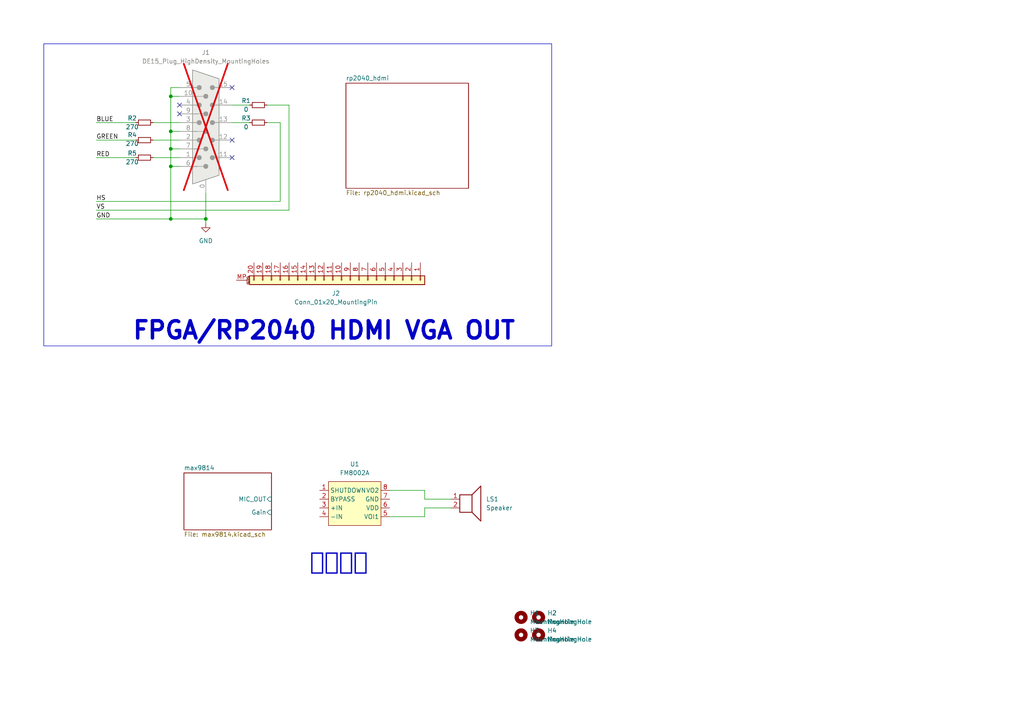
<source format=kicad_sch>
(kicad_sch (version 20231120) (generator "eeschema") (generator_version "8.0")
  (paper "A4")
  (lib_symbols
    (symbol "Connector:DE15_Plug_HighDensity_MountingHoles" (pin_names (offset 1.016) hide)
      (property "Reference" "J" (at 0 21.59 0))
      (property "Value" "DE15_Plug_HighDensity_MountingHoles" (at 0 19.05 0))
      (symbol "DE15_Plug_HighDensity_MountingHoles_0_1"
        (circle (center -1.905 -7.62) (radius 0.635) (fill (type outline)))
        (circle (center -1.905 -2.54) (radius 0.635) (fill (type outline)))
        (circle (center -1.905 2.54) (radius 0.635) (fill (type outline)))
        (circle (center -1.905 7.62) (radius 0.635) (fill (type outline)))
        (circle (center -1.905 12.7) (radius 0.635) (fill (type outline)))
        (circle (center 0 -10.16) (radius 0.635) (fill (type outline)))
        (circle (center 0 -5.08) (radius 0.635) (fill (type outline)))
        (polyline (pts (xy -3.175 -5.08) (xy -0.635 -5.08)))
        (polyline (pts (xy -0.635 -10.16) (xy -3.175 -10.16)))
        (polyline (pts (xy -0.635 0) (xy -3.175 0)))
        (polyline (pts (xy -0.635 5.08) (xy -3.175 5.08)))
        (polyline (pts (xy -0.635 10.16) (xy -3.175 10.16)))
        (polyline (pts (xy -3.81 17.78) (xy -3.81 -15.24) (xy 3.81 -12.7) (xy 3.81 15.24) (xy -3.81 17.78)) (stroke (width 0.254)) (fill (type background)))
        (circle (center 0 0) (radius 0.635) (fill (type outline)))
        (circle (center 0 5.08) (radius 0.635) (fill (type outline)))
        (circle (center 0 10.16) (radius 0.635) (fill (type outline)))
        (circle (center 1.905 -7.62) (radius 0.635) (fill (type outline)))
        (circle (center 1.905 -2.54) (radius 0.635) (fill (type outline)))
        (circle (center 1.905 2.54) (radius 0.635) (fill (type outline)))
        (circle (center 1.905 7.62) (radius 0.635) (fill (type outline)))
        (circle (center 1.905 12.7) (radius 0.635) (fill (type outline)))
      )
      (symbol "DE15_Plug_HighDensity_MountingHoles_1_1"
        (pin passive line (at 0 -17.78 90) (length 3.81) (name "~") (number "0"))
        (pin passive line (at -7.62 -7.62 0) (length 5.08) (name "~") (number "1"))
        (pin passive line (at -7.62 10.16 0) (length 5.08) (name "~") (number "10"))
        (pin passive line (at 7.62 -7.62 180) (length 5.08) (name "~") (number "11"))
        (pin passive line (at 7.62 -2.54 180) (length 5.08) (name "~") (number "12"))
        (pin passive line (at 7.62 2.54 180) (length 5.08) (name "~") (number "13"))
        (pin passive line (at 7.62 7.62 180) (length 5.08) (name "~") (number "14"))
        (pin passive line (at 7.62 12.7 180) (length 5.08) (name "~") (number "15"))
        (pin passive line (at -7.62 -2.54 0) (length 5.08) (name "~") (number "2"))
        (pin passive line (at -7.62 2.54 0) (length 5.08) (name "~") (number "3"))
        (pin passive line (at -7.62 7.62 0) (length 5.08) (name "~") (number "4"))
        (pin passive line (at -7.62 12.7 0) (length 5.08) (name "~") (number "5"))
        (pin passive line (at -7.62 -10.16 0) (length 5.08) (name "~") (number "6"))
        (pin passive line (at -7.62 -5.08 0) (length 5.08) (name "~") (number "7"))
        (pin passive line (at -7.62 0 0) (length 5.08) (name "~") (number "8"))
        (pin passive line (at -7.62 5.08 0) (length 5.08) (name "~") (number "9"))
      )
    )
    (symbol "Connector_Generic_MountingPin:Conn_01x20_MountingPin" (pin_names (offset 1.016) hide)
      (property "Reference" "J" (at 0 25.4 0))
      (property "Value" "Conn_01x20_MountingPin" (at 1.27 -27.94 0))
      (symbol "Conn_01x20_MountingPin_1_1"
        (rectangle (start -1.27 -25.273) (end 0 -25.527) (stroke (width 0.1524)))
        (rectangle (start -1.27 -22.733) (end 0 -22.987) (stroke (width 0.1524)))
        (rectangle (start -1.27 -20.193) (end 0 -20.447) (stroke (width 0.1524)))
        (rectangle (start -1.27 -17.653) (end 0 -17.907) (stroke (width 0.1524)))
        (rectangle (start -1.27 -15.113) (end 0 -15.367) (stroke (width 0.1524)))
        (rectangle (start -1.27 -12.573) (end 0 -12.827) (stroke (width 0.1524)))
        (rectangle (start -1.27 -10.033) (end 0 -10.287) (stroke (width 0.1524)))
        (rectangle (start -1.27 -7.493) (end 0 -7.747) (stroke (width 0.1524)))
        (rectangle (start -1.27 -4.953) (end 0 -5.207) (stroke (width 0.1524)))
        (rectangle (start -1.27 -2.413) (end 0 -2.667) (stroke (width 0.1524)))
        (rectangle (start -1.27 0.127) (end 0 -0.127) (stroke (width 0.1524)))
        (rectangle (start -1.27 2.667) (end 0 2.413) (stroke (width 0.1524)))
        (rectangle (start -1.27 5.207) (end 0 4.953) (stroke (width 0.1524)))
        (rectangle (start -1.27 7.747) (end 0 7.493) (stroke (width 0.1524)))
        (rectangle (start -1.27 10.287) (end 0 10.033) (stroke (width 0.1524)))
        (rectangle (start -1.27 12.827) (end 0 12.573) (stroke (width 0.1524)))
        (rectangle (start -1.27 15.367) (end 0 15.113) (stroke (width 0.1524)))
        (rectangle (start -1.27 17.907) (end 0 17.653) (stroke (width 0.1524)))
        (rectangle (start -1.27 20.447) (end 0 20.193) (stroke (width 0.1524)))
        (rectangle (start -1.27 22.987) (end 0 22.733) (stroke (width 0.1524)))
        (rectangle (start -1.27 24.13) (end 1.27 -26.67) (stroke (width 0.254)) (fill (type background)))
        (polyline (pts (xy -1.016 -27.432) (xy 1.016 -27.432)) (stroke (width 0.1524)))
        (text "Mounting" (at 0 -27.051 0) (effects (font (size 0.381 0.381))))
        (pin passive line (at -5.08 22.86 0) (length 3.81) (name "Pin_1") (number "1"))
        (pin passive line (at -5.08 0 0) (length 3.81) (name "Pin_10") (number "10"))
        (pin passive line (at -5.08 -2.54 0) (length 3.81) (name "Pin_11") (number "11"))
        (pin passive line (at -5.08 -5.08 0) (length 3.81) (name "Pin_12") (number "12"))
        (pin passive line (at -5.08 -7.62 0) (length 3.81) (name "Pin_13") (number "13"))
        (pin passive line (at -5.08 -10.16 0) (length 3.81) (name "Pin_14") (number "14"))
        (pin passive line (at -5.08 -12.7 0) (length 3.81) (name "Pin_15") (number "15"))
        (pin passive line (at -5.08 -15.24 0) (length 3.81) (name "Pin_16") (number "16"))
        (pin passive line (at -5.08 -17.78 0) (length 3.81) (name "Pin_17") (number "17"))
        (pin passive line (at -5.08 -20.32 0) (length 3.81) (name "Pin_18") (number "18"))
        (pin passive line (at -5.08 -22.86 0) (length 3.81) (name "Pin_19") (number "19"))
        (pin passive line (at -5.08 20.32 0) (length 3.81) (name "Pin_2") (number "2"))
        (pin passive line (at -5.08 -25.4 0) (length 3.81) (name "Pin_20") (number "20"))
        (pin passive line (at -5.08 17.78 0) (length 3.81) (name "Pin_3") (number "3"))
        (pin passive line (at -5.08 15.24 0) (length 3.81) (name "Pin_4") (number "4"))
        (pin passive line (at -5.08 12.7 0) (length 3.81) (name "Pin_5") (number "5"))
        (pin passive line (at -5.08 10.16 0) (length 3.81) (name "Pin_6") (number "6"))
        (pin passive line (at -5.08 7.62 0) (length 3.81) (name "Pin_7") (number "7"))
        (pin passive line (at -5.08 5.08 0) (length 3.81) (name "Pin_8") (number "8"))
        (pin passive line (at -5.08 2.54 0) (length 3.81) (name "Pin_9") (number "9"))
        (pin passive line (at 0 -30.48 90) (length 3.048) (name "MountPin") (number "MP"))
      )
    )
    (symbol "Device:R_Small" (pin_numbers hide) (pin_names (offset 0.254) hide)
      (property "Reference" "R" (at 0.762 0.508 0))
      (property "Value" "R_Small" (at 0.762 -1.016 0))
      (symbol "R_Small_0_1"
        (rectangle (start -0.762 1.778) (end 0.762 -1.778) (stroke (width 0.2032)))
      )
      (symbol "R_Small_1_1"
        (pin passive line (at 0 2.54 270) (length 0.762) (name "~") (number "1"))
        (pin passive line (at 0 -2.54 90) (length 0.762) (name "~") (number "2"))
      )
    )
    (symbol "Device:Speaker" (pin_names (offset 0) hide)
      (property "Reference" "LS" (at 1.27 5.715 0))
      (property "Value" "Speaker" (at 1.27 3.81 0))
      (symbol "Speaker_0_0"
        (rectangle (start -2.54 1.27) (end 1.016 -3.81) (stroke (width 0.254)))
        (polyline (pts (xy 1.016 1.27) (xy 3.556 3.81) (xy 3.556 -6.35) (xy 1.016 -3.81)) (stroke (width 0.254)))
      )
      (symbol "Speaker_1_1"
        (pin input line (at -5.08 0 0) (length 2.54) (name "1") (number "1"))
        (pin input line (at -5.08 -2.54 0) (length 2.54) (name "2") (number "2"))
      )
    )
    (symbol "Mechanical:MountingHole" (pin_names (offset 1.016)) (exclude_from_sim yes) (in_bom no)
      (property "Reference" "H" (at 0 5.08 0))
      (property "Value" "MountingHole" (at 0 3.175 0))
      (symbol "MountingHole_0_1"
        (circle (center 0 0) (radius 1.27) (stroke (width 1.27)))
      )
    )
    (symbol "my_chips:FM8002A"
      (property "Reference" "U" (at 0 7.366 0))
      (property "Value" "FM8002A" (at -0.254 5.334 0))
      (symbol "FM8002A_1_1"
        (rectangle (start -7.6098 6.3448) (end 7.6302 -6.3552) (fill (type background)))
        (pin input line (at -10.16 3.81 0) (length 2.54) (name "SHUTDOWN") (number "1"))
        (pin input line (at -10.16 1.27 0) (length 2.54) (name "BYPASS") (number "2"))
        (pin input line (at -10.16 -1.27 0) (length 2.54) (name "+IN") (number "3"))
        (pin input line (at -10.16 -3.81 0) (length 2.54) (name "-IN") (number "4"))
        (pin input line (at 10.16 -3.81 180) (length 2.54) (name "VOI1") (number "5"))
        (pin input line (at 10.16 -1.27 180) (length 2.54) (name "VDD") (number "6"))
        (pin input line (at 10.16 1.27 180) (length 2.54) (name "GND") (number "7"))
        (pin input line (at 10.16 3.81 180) (length 2.54) (name "VO2") (number "8"))
      )
    )
    (symbol "power:GND" (power) (pin_numbers hide) (pin_names (offset 0) hide)
      (property "Value" "GND" (at 0 -3.81 0))
      (symbol "GND_0_1"
        (polyline (pts (xy 0 0) (xy 0 -1.27) (xy 1.27 -1.27) (xy 0 -2.54) (xy -1.27 -1.27) (xy 0 -1.27)))
      )
      (symbol "GND_1_1"
        (pin power_in line (at 0 0 270) (length 0) (name "~") (number "1"))
      )
    )
  )
  (junction (at 49.53 48.26))
  (junction (at 49.53 27.94))
  (junction (at 49.53 43.18))
  (junction (at 49.53 38.1))
  (junction (at 49.53 63.5))
  (junction (at 59.69 63.5))
  (no_connect (at 67.31 45.72))
  (no_connect (at 67.31 40.64))
  (no_connect (at 52.07 33.02))
  (no_connect (at 67.31 25.4))
  (no_connect (at 52.07 30.48))
  (wire (pts (xy 49.53 25.4) (xy 49.53 27.94)))
  (wire (pts (xy 81.28 35.56) (xy 81.28 58.42)))
  (wire (pts (xy 44.45 45.72) (xy 52.07 45.72)))
  (wire (pts (xy 27.94 45.72) (xy 39.37 45.72)))
  (wire (pts (xy 123.19 149.86) (xy 113.03 149.86)))
  (wire (pts (xy 49.53 27.94) (xy 49.53 38.1)))
  (wire (pts (xy 77.47 30.48) (xy 83.82 30.48)))
  (wire (pts (xy 59.69 64.77) (xy 59.69 63.5)))
  (wire (pts (xy 67.31 30.48) (xy 72.39 30.48)))
  (wire (pts (xy 59.69 55.88) (xy 59.69 63.5)))
  (wire (pts (xy 44.45 35.56) (xy 52.07 35.56)))
  (wire (pts (xy 49.53 63.5) (xy 59.69 63.5)))
  (wire (pts (xy 52.07 38.1) (xy 49.53 38.1)))
  (wire (pts (xy 49.53 48.26) (xy 52.07 48.26)))
  (wire (pts (xy 123.19 142.24) (xy 123.19 144.78)))
  (wire (pts (xy 52.07 25.4) (xy 49.53 25.4)))
  (wire (pts (xy 27.94 60.96) (xy 83.82 60.96)))
  (wire (pts (xy 27.94 63.5) (xy 49.53 63.5)))
  (wire (pts (xy 52.07 43.18) (xy 49.53 43.18)))
  (wire (pts (xy 52.07 27.94) (xy 49.53 27.94)))
  (wire (pts (xy 27.94 40.64) (xy 39.37 40.64)))
  (wire (pts (xy 49.53 43.18) (xy 49.53 48.26)))
  (wire (pts (xy 123.19 147.32) (xy 123.19 149.86)))
  (wire (pts (xy 44.45 40.64) (xy 52.07 40.64)))
  (wire (pts (xy 123.19 144.78) (xy 130.81 144.78)))
  (wire (pts (xy 130.81 147.32) (xy 123.19 147.32)))
  (wire (pts (xy 49.53 38.1) (xy 49.53 43.18)))
  (wire (pts (xy 113.03 142.24) (xy 123.19 142.24)))
  (wire (pts (xy 27.94 35.56) (xy 39.37 35.56)))
  (wire (pts (xy 49.53 48.26) (xy 49.53 63.5)))
  (wire (pts (xy 67.31 35.56) (xy 72.39 35.56)))
  (wire (pts (xy 77.47 35.56) (xy 81.28 35.56)))
  (wire (pts (xy 27.94 58.42) (xy 81.28 58.42)))
  (wire (pts (xy 83.82 30.48) (xy 83.82 60.96)))
  (rectangle (start 12.7 12.7) (end 160.02 100.33))
  (text "FPGA/RP2040 HDMI VGA OUT" (at 93.98 96.012 0) (effects (font (size 5 5) (thickness 1) (bold yes))))
  (text "音频处理" (at 98.298 164.592 0) (effects (font (size 5 5) (thickness 1) (bold yes))))
  (label "GND" (at 27.94 63.5 0))
  (label "HS" (at 27.94 58.42 0))
  (label "VS" (at 27.94 60.96 0))
  (label "RED" (at 27.94 45.72 0))
  (label "BLUE" (at 27.94 35.56 0))
  (label "GREEN" (at 27.94 40.64 0))
  (symbol (lib_id "Connector_Generic_MountingPin:Conn_01x20_MountingPin") (at 99.06 81.28 270) (unit 1)
    (property "Reference" "J2" (at 97.4344 85.09 90))
    (property "Value" "Conn_01x20_MountingPin" (at 97.4344 87.63 90))
    (property "Footprint" "Connector_FFC-FPC:TE_2-1734839-0_1x20-1MP_P0.5mm_Horizontal" (effects (hide yes)))
    (property "Description" "Generic connectable mounting pin connector, single row, 01x20, script generated (kicad-library-utils/schlib/autogen/connector/)" (effects (hide yes)))
  )
  (symbol (lib_id "my_chips:FM8002A") (at 102.87 146.05 0) (unit 1)
    (property "Reference" "U1" (at 102.8751 134.62 0))
    (property "Value" "FM8002A" (at 102.8751 137.16 0))
    (property "Footprint" "Package_SO:SOP-8_3.9x4.9mm_P1.27mm" (effects (hide yes)))
  )
  (symbol (lib_id "Mechanical:MountingHole") (at 151.13 184.15 0) (unit 1)
    (property "Reference" "H3" (at 153.67 182.8799 0) (effects (justify left)))
    (property "Value" "MountingHole" (at 153.67 185.4199 0) (effects (justify left)))
    (property "Footprint" "MountingHole:MountingHole_2.2mm_M2" (effects (hide yes)))
    (property "Description" "Mounting Hole without connection" (effects (hide yes)))
  )
  (symbol (lib_id "power:GND") (at 59.69 64.77 0) (unit 1)
    (property "Reference" "#PWR01" (effects (hide yes)))
    (property "Value" "GND" (at 59.69 69.85 0))
    (property "Description" "Power symbol creates a global label with name \"GND\" , ground" (effects (hide yes)))
  )
  (symbol (lib_id "Device:Speaker") (at 135.89 144.78 0) (unit 1)
    (property "Reference" "LS1" (at 140.97 144.7799 0) (effects (justify left)))
    (property "Value" "Speaker" (at 140.97 147.3199 0) (effects (justify left)))
    (property "Footprint" "my_device:speaker_1511_1609" (effects (hide yes)))
    (property "Description" "Speaker" (effects (hide yes)))
  )
  (symbol (lib_id "Device:R_Small") (at 41.91 40.64 90) (unit 1)
    (property "Reference" "R4" (at 38.354 39.116 90))
    (property "Value" "270" (at 38.354 41.656 90))
    (property "Description" "Resistor, small symbol" (effects (hide yes)))
  )
  (symbol (lib_id "Device:R_Small") (at 74.93 30.48 90) (unit 1)
    (property "Reference" "R1" (at 71.374 29.21 90))
    (property "Value" "0" (at 71.374 31.75 90))
    (property "Description" "Resistor, small symbol" (effects (hide yes)))
  )
  (symbol (lib_id "Mechanical:MountingHole") (at 156.21 184.15 0) (unit 1)
    (property "Reference" "H4" (at 158.75 182.8799 0) (effects (justify left)))
    (property "Value" "MountingHole" (at 158.75 185.4199 0) (effects (justify left)))
    (property "Footprint" "MountingHole:MountingHole_2.2mm_M2" (effects (hide yes)))
    (property "Description" "Mounting Hole without connection" (effects (hide yes)))
  )
  (symbol (lib_id "Connector:DE15_Plug_HighDensity_MountingHoles") (at 59.69 38.1 0) (unit 1) (dnp yes)
    (property "Reference" "J1" (at 59.69 15.24 0))
    (property "Value" "DE15_Plug_HighDensity_MountingHoles" (at 59.69 17.78 0))
    (property "Footprint" "Connector_Dsub:DSUB-15-HD_Female_Horizontal_P2.29x1.98mm_EdgePinOffset3.03mm_Housed_MountingHolesOffset4.94mm" (effects (hide yes)))
    (property "Datasheet" " ~" (effects (hide yes)))
    (property "Description" "15-pin male plug socket D-SUB connector, High density (3 columns), Triple Row, Generic, VGA-connector, Mounting Hole" (effects (hide yes)))
  )
  (symbol (lib_id "Device:R_Small") (at 41.91 35.56 90) (unit 1)
    (property "Reference" "R2" (at 38.354 34.29 90))
    (property "Value" "270" (at 38.354 36.83 90))
    (property "Description" "Resistor, small symbol" (effects (hide yes)))
  )
  (symbol (lib_id "Device:R_Small") (at 74.93 35.56 90) (unit 1)
    (property "Reference" "R3" (at 71.374 34.29 90))
    (property "Value" "0" (at 71.374 36.83 90))
    (property "Description" "Resistor, small symbol" (effects (hide yes)))
  )
  (symbol (lib_id "Device:R_Small") (at 41.91 45.72 90) (unit 1)
    (property "Reference" "R5" (at 38.354 44.45 90))
    (property "Value" "270" (at 38.354 46.99 90))
    (property "Description" "Resistor, small symbol" (effects (hide yes)))
  )
  (symbol (lib_id "Mechanical:MountingHole") (at 156.21 179.07 0) (unit 1)
    (property "Reference" "H2" (at 158.75 177.7999 0) (effects (justify left)))
    (property "Value" "MountingHole" (at 158.75 180.3399 0) (effects (justify left)))
    (property "Footprint" "MountingHole:MountingHole_2.2mm_M2" (effects (hide yes)))
    (property "Description" "Mounting Hole without connection" (effects (hide yes)))
  )
  (symbol (lib_id "Mechanical:MountingHole") (at 151.13 179.07 0) (unit 1)
    (property "Reference" "H1" (at 153.67 177.7999 0) (effects (justify left)))
    (property "Value" "MountingHole" (at 153.67 180.3399 0) (effects (justify left)))
    (property "Footprint" "MountingHole:MountingHole_2.2mm_M2" (effects (hide yes)))
    (property "Description" "Mounting Hole without connection" (effects (hide yes)))
  )
  (sheet (at 53.34 137.16) (size 25.4 16.51) (stroke (width 0.1524))
    (property "Sheetname" "max9814" (at 53.34 136.4484 0) (effects (justify left bottom)))
    (property "Sheetfile" "max9814.kicad_sch" (at 53.34 154.2546 0) (effects (justify left top)))
    (pin "MIC_OUT" input (at 78.74 144.78 0))
    (pin "Gain" input (at 78.74 148.59 0))
  )
  (sheet (at 100.33 24.13) (size 35.56 30.48) (stroke (width 0.1524))
    (property "Sheetname" "rp2040_hdmi" (at 100.33 23.4184 0) (effects (justify left bottom)))
    (property "Sheetfile" "rp2040_hdmi.kicad_sch" (at 100.33 55.1946 0) (effects (justify left top)))
  )
)
</source>
